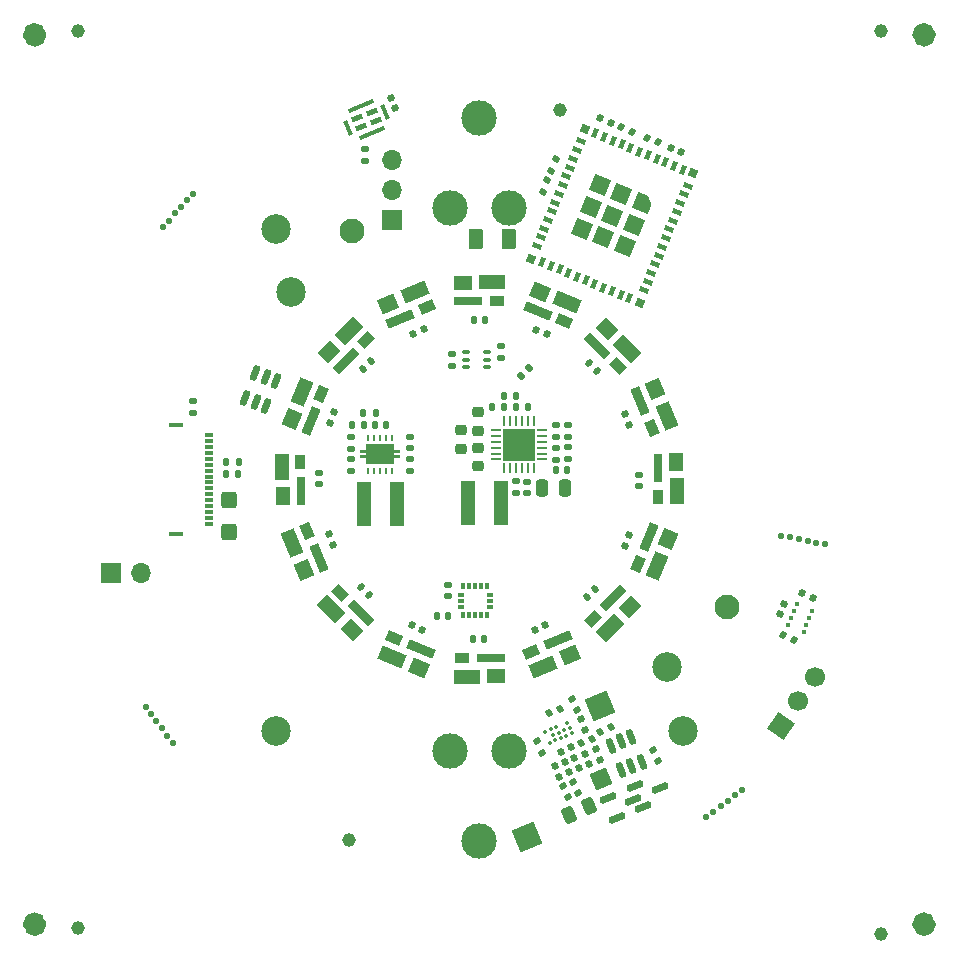
<source format=gts>
%TF.GenerationSoftware,KiCad,Pcbnew,7.0.8*%
%TF.CreationDate,2023-10-15T21:23:35+02:00*%
%TF.ProjectId,blinkekatze,626c696e-6b65-46b6-9174-7a652e6b6963,rev?*%
%TF.SameCoordinates,Original*%
%TF.FileFunction,Soldermask,Top*%
%TF.FilePolarity,Negative*%
%FSLAX46Y46*%
G04 Gerber Fmt 4.6, Leading zero omitted, Abs format (unit mm)*
G04 Created by KiCad (PCBNEW 7.0.8) date 2023-10-15 21:23:35*
%MOMM*%
%LPD*%
G01*
G04 APERTURE LIST*
G04 Aperture macros list*
%AMRoundRect*
0 Rectangle with rounded corners*
0 $1 Rounding radius*
0 $2 $3 $4 $5 $6 $7 $8 $9 X,Y pos of 4 corners*
0 Add a 4 corners polygon primitive as box body*
4,1,4,$2,$3,$4,$5,$6,$7,$8,$9,$2,$3,0*
0 Add four circle primitives for the rounded corners*
1,1,$1+$1,$2,$3*
1,1,$1+$1,$4,$5*
1,1,$1+$1,$6,$7*
1,1,$1+$1,$8,$9*
0 Add four rect primitives between the rounded corners*
20,1,$1+$1,$2,$3,$4,$5,0*
20,1,$1+$1,$4,$5,$6,$7,0*
20,1,$1+$1,$6,$7,$8,$9,0*
20,1,$1+$1,$8,$9,$2,$3,0*%
%AMHorizOval*
0 Thick line with rounded ends*
0 $1 width*
0 $2 $3 position (X,Y) of the first rounded end (center of the circle)*
0 $4 $5 position (X,Y) of the second rounded end (center of the circle)*
0 Add line between two ends*
20,1,$1,$2,$3,$4,$5,0*
0 Add two circle primitives to create the rounded ends*
1,1,$1,$2,$3*
1,1,$1,$4,$5*%
%AMRotRect*
0 Rectangle, with rotation*
0 The origin of the aperture is its center*
0 $1 length*
0 $2 width*
0 $3 Rotation angle, in degrees counterclockwise*
0 Add horizontal line*
21,1,$1,$2,0,0,$3*%
%AMOutline4P*
0 Free polygon, 4 corners , with rotation*
0 The origin of the aperture is its center*
0 number of corners: always 4*
0 $1 to $8 corner X, Y*
0 $9 Rotation angle, in degrees counterclockwise*
0 create outline with 4 corners*
4,1,4,$1,$2,$3,$4,$5,$6,$7,$8,$1,$2,$9*%
%AMOutline5P*
0 Free polygon, 5 corners , with rotation*
0 The origin of the aperture is its center*
0 number of corners: always 5*
0 $1 to $10 corner X, Y*
0 $11 Rotation angle, in degrees counterclockwise*
0 create outline with 5 corners*
4,1,5,$1,$2,$3,$4,$5,$6,$7,$8,$9,$10,$1,$2,$11*%
%AMOutline6P*
0 Free polygon, 6 corners , with rotation*
0 The origin of the aperture is its center*
0 number of corners: always 6*
0 $1 to $12 corner X, Y*
0 $13 Rotation angle, in degrees counterclockwise*
0 create outline with 6 corners*
4,1,6,$1,$2,$3,$4,$5,$6,$7,$8,$9,$10,$11,$12,$1,$2,$13*%
%AMOutline7P*
0 Free polygon, 7 corners , with rotation*
0 The origin of the aperture is its center*
0 number of corners: always 7*
0 $1 to $14 corner X, Y*
0 $15 Rotation angle, in degrees counterclockwise*
0 create outline with 7 corners*
4,1,7,$1,$2,$3,$4,$5,$6,$7,$8,$9,$10,$11,$12,$13,$14,$1,$2,$15*%
%AMOutline8P*
0 Free polygon, 8 corners , with rotation*
0 The origin of the aperture is its center*
0 number of corners: always 8*
0 $1 to $16 corner X, Y*
0 $17 Rotation angle, in degrees counterclockwise*
0 create outline with 8 corners*
4,1,8,$1,$2,$3,$4,$5,$6,$7,$8,$9,$10,$11,$12,$13,$14,$15,$16,$1,$2,$17*%
%AMFreePoly0*
4,1,21,-0.125000,1.200000,0.125000,1.200000,0.125000,1.700000,0.375000,1.700000,0.375000,1.200000,0.825000,1.200000,0.825000,-1.200000,0.375000,-1.200000,0.375000,-1.700000,0.125000,-1.700000,0.125000,-1.200000,-0.125000,-1.200000,-0.125000,-1.700000,-0.375000,-1.700000,-0.375000,-1.200000,-0.825000,-1.200000,-0.825000,1.200000,-0.375000,1.200000,-0.375000,1.700000,-0.125000,1.700000,
-0.125000,1.200000,-0.125000,1.200000,$1*%
G04 Aperture macros list end*
%ADD10C,1.000000*%
%ADD11RoundRect,0.135000X0.222580X-0.053927X0.119255X0.195520X-0.222580X0.053927X-0.119255X-0.195520X0*%
%ADD12RoundRect,0.135000X0.119255X-0.195520X0.222580X0.053927X-0.119255X0.195520X-0.222580X-0.053927X0*%
%ADD13R,1.700000X1.700000*%
%ADD14O,1.700000X1.700000*%
%ADD15RoundRect,0.087500X0.087500X-0.187500X0.087500X0.187500X-0.087500X0.187500X-0.087500X-0.187500X0*%
%ADD16RoundRect,0.087500X0.187500X-0.087500X0.187500X0.087500X-0.187500X0.087500X-0.187500X-0.087500X0*%
%ADD17RotRect,0.350000X0.350000X247.500000*%
%ADD18C,2.500000*%
%ADD19R,1.200000X3.700000*%
%ADD20RoundRect,0.075000X-0.250000X-0.075000X0.250000X-0.075000X0.250000X0.075000X-0.250000X0.075000X0*%
%ADD21RotRect,1.300000X0.900000X45.000000*%
%ADD22RotRect,2.200000X1.200000X45.000000*%
%ADD23RotRect,1.500000X1.300000X45.000000*%
%ADD24RotRect,2.400000X0.800000X45.000000*%
%ADD25RoundRect,0.135000X0.135000X0.185000X-0.135000X0.185000X-0.135000X-0.185000X0.135000X-0.185000X0*%
%ADD26R,1.300000X0.900000*%
%ADD27R,2.200000X1.200000*%
%ADD28R,1.500000X1.300000*%
%ADD29R,2.400000X0.800000*%
%ADD30RotRect,1.300000X0.900000X67.500000*%
%ADD31RotRect,2.200000X1.200000X67.500000*%
%ADD32RotRect,1.500000X1.300000X67.500000*%
%ADD33RotRect,2.400000X0.800000X67.500000*%
%ADD34RoundRect,0.140000X0.194399X0.103484X-0.064287X0.210635X-0.194399X-0.103484X0.064287X-0.210635X0*%
%ADD35RoundRect,0.225000X0.250000X-0.225000X0.250000X0.225000X-0.250000X0.225000X-0.250000X-0.225000X0*%
%ADD36RoundRect,0.140000X0.210635X-0.064287X0.103484X0.194399X-0.210635X0.064287X-0.103484X-0.194399X0*%
%ADD37RoundRect,0.250000X-0.425000X0.450000X-0.425000X-0.450000X0.425000X-0.450000X0.425000X0.450000X0*%
%ADD38RoundRect,0.140000X-0.170000X0.140000X-0.170000X-0.140000X0.170000X-0.140000X0.170000X0.140000X0*%
%ADD39RoundRect,0.140000X-0.140000X-0.170000X0.140000X-0.170000X0.140000X0.170000X-0.140000X0.170000X0*%
%ADD40RoundRect,0.140000X-0.219203X-0.021213X-0.021213X-0.219203X0.219203X0.021213X0.021213X0.219203X0*%
%ADD41RoundRect,0.135000X-0.135000X-0.185000X0.135000X-0.185000X0.135000X0.185000X-0.135000X0.185000X0*%
%ADD42RoundRect,0.140000X0.064287X0.210635X-0.194399X0.103484X-0.064287X-0.210635X0.194399X-0.103484X0*%
%ADD43C,0.550000*%
%ADD44RotRect,1.300000X0.900000X22.500000*%
%ADD45RotRect,2.200000X1.200000X22.500000*%
%ADD46RotRect,1.500000X1.300000X22.500000*%
%ADD47RotRect,2.400000X0.800000X22.500000*%
%ADD48RoundRect,0.140000X-0.210635X0.064287X-0.103484X-0.194399X0.210635X-0.064287X0.103484X0.194399X0*%
%ADD49RoundRect,0.140000X-0.194399X-0.103484X0.064287X-0.210635X0.194399X0.103484X-0.064287X0.210635X0*%
%ADD50RoundRect,0.250000X-0.250000X-0.475000X0.250000X-0.475000X0.250000X0.475000X-0.250000X0.475000X0*%
%ADD51RoundRect,0.140000X0.021213X-0.219203X0.219203X-0.021213X-0.021213X0.219203X-0.219203X0.021213X0*%
%ADD52RoundRect,0.140000X-0.103484X0.194399X-0.210635X-0.064287X0.103484X-0.194399X0.210635X0.064287X0*%
%ADD53RoundRect,0.150000X-0.485377X-0.363408X0.600182X0.086245X0.485377X0.363408X-0.600182X-0.086245X0*%
%ADD54RoundRect,0.250000X-0.070311X-0.516200X0.414726X-0.315291X0.070311X0.516200X-0.414726X0.315291X0*%
%ADD55C,2.100000*%
%ADD56RoundRect,0.140000X-0.064287X-0.210635X0.194399X-0.103484X0.064287X0.210635X-0.194399X0.103484X0*%
%ADD57RoundRect,0.135000X-0.222580X0.053927X-0.119255X-0.195520X0.222580X-0.053927X0.119255X0.195520X0*%
%ADD58RoundRect,0.135000X-0.053927X-0.222580X0.195520X-0.119255X0.053927X0.222580X-0.195520X0.119255X0*%
%ADD59C,1.152000*%
%ADD60RoundRect,0.140000X-0.021213X0.219203X-0.219203X0.021213X0.021213X-0.219203X0.219203X-0.021213X0*%
%ADD61RoundRect,0.135000X0.185000X-0.135000X0.185000X0.135000X-0.185000X0.135000X-0.185000X-0.135000X0*%
%ADD62RoundRect,0.250000X0.375000X0.625000X-0.375000X0.625000X-0.375000X-0.625000X0.375000X-0.625000X0*%
%ADD63RoundRect,0.135000X-0.185000X0.135000X-0.185000X-0.135000X0.185000X-0.135000X0.185000X0.135000X0*%
%ADD64RotRect,1.300000X0.900000X247.500000*%
%ADD65RotRect,2.200000X1.200000X247.500000*%
%ADD66RotRect,1.500000X1.300000X247.500000*%
%ADD67RotRect,2.400000X0.800000X247.500000*%
%ADD68RotRect,1.300000X0.900000X337.500000*%
%ADD69RotRect,2.200000X1.200000X337.500000*%
%ADD70RotRect,1.500000X1.300000X337.500000*%
%ADD71RotRect,2.400000X0.800000X337.500000*%
%ADD72RoundRect,0.140000X0.170000X-0.140000X0.170000X0.140000X-0.170000X0.140000X-0.170000X-0.140000X0*%
%ADD73RoundRect,0.135000X0.053927X0.222580X-0.195520X0.119255X-0.053927X-0.222580X0.195520X-0.119255X0*%
%ADD74RotRect,1.300000X0.900000X202.500000*%
%ADD75RotRect,2.200000X1.200000X202.500000*%
%ADD76RotRect,1.500000X1.300000X202.500000*%
%ADD77RotRect,2.400000X0.800000X202.500000*%
%ADD78RoundRect,0.135000X0.195520X0.119255X-0.053927X0.222580X-0.195520X-0.119255X0.053927X-0.222580X0*%
%ADD79RoundRect,0.225000X-0.250000X0.225000X-0.250000X-0.225000X0.250000X-0.225000X0.250000X0.225000X0*%
%ADD80RoundRect,0.140000X0.140000X0.170000X-0.140000X0.170000X-0.140000X-0.170000X0.140000X-0.170000X0*%
%ADD81RoundRect,0.150000X0.334707X-0.416086X-0.057543X0.530891X-0.334707X0.416086X0.057543X-0.530891X0*%
%ADD82RotRect,1.300000X0.900000X157.500000*%
%ADD83RotRect,2.200000X1.200000X157.500000*%
%ADD84RotRect,1.500000X1.300000X157.500000*%
%ADD85RotRect,2.400000X0.800000X157.500000*%
%ADD86RotRect,0.800000X0.400000X247.500000*%
%ADD87RotRect,0.800000X0.400000X337.500000*%
%ADD88Outline5P,-0.725000X0.145000X-0.145000X0.725000X0.725000X0.725000X0.725000X-0.725000X-0.725000X-0.725000X247.500000*%
%ADD89RotRect,1.450000X1.450000X247.500000*%
%ADD90Outline4P,-0.350000X-0.350000X0.350000X-0.350000X0.350000X0.350000X-0.350000X0.350000X247.500000*%
%ADD91RotRect,1.300000X0.900000X225.000000*%
%ADD92RotRect,2.200000X1.200000X225.000000*%
%ADD93RotRect,1.500000X1.300000X225.000000*%
%ADD94RotRect,2.400000X0.800000X225.000000*%
%ADD95RotRect,1.500000X1.500000X22.500000*%
%ADD96R,0.240000X0.600000*%
%ADD97FreePoly0,90.000000*%
%ADD98RoundRect,0.135000X-0.119255X0.195520X-0.222580X-0.053927X0.119255X-0.195520X0.222580X0.053927X0*%
%ADD99RotRect,1.300000X0.900000X292.500000*%
%ADD100RotRect,2.200000X1.200000X292.500000*%
%ADD101RotRect,1.500000X1.300000X292.500000*%
%ADD102RotRect,2.400000X0.800000X292.500000*%
%ADD103RotRect,1.300000X0.900000X135.000000*%
%ADD104RotRect,2.200000X1.200000X135.000000*%
%ADD105RotRect,1.500000X1.300000X135.000000*%
%ADD106RotRect,2.400000X0.800000X135.000000*%
%ADD107R,0.650000X0.300000*%
%ADD108R,1.150000X0.300000*%
%ADD109RoundRect,0.062500X0.350000X0.062500X-0.350000X0.062500X-0.350000X-0.062500X0.350000X-0.062500X0*%
%ADD110RoundRect,0.062500X0.062500X0.350000X-0.062500X0.350000X-0.062500X-0.350000X0.062500X-0.350000X0*%
%ADD111R,2.700000X2.700000*%
%ADD112R,0.900000X1.300000*%
%ADD113R,1.200000X2.200000*%
%ADD114R,1.300000X1.500000*%
%ADD115R,0.800000X2.400000*%
%ADD116RoundRect,0.140000X0.103484X-0.194399X0.210635X0.064287X-0.103484X0.194399X-0.210635X-0.064287X0*%
%ADD117RotRect,1.700000X1.700000X145.000000*%
%ADD118HorizOval,1.700000X0.000000X0.000000X0.000000X0.000000X0*%
%ADD119RoundRect,0.140000X0.219203X0.021213X0.021213X0.219203X-0.219203X-0.021213X-0.021213X-0.219203X0*%
%ADD120C,0.345000*%
%ADD121RotRect,0.450000X0.950000X112.500000*%
%ADD122RotRect,0.350000X2.300000X112.500000*%
%ADD123RotRect,1.300000X0.350000X112.500000*%
%ADD124RoundRect,0.135000X0.035355X-0.226274X0.226274X-0.035355X-0.035355X0.226274X-0.226274X0.035355X0*%
%ADD125RotRect,2.000000X2.000000X22.500000*%
%ADD126RoundRect,0.150000X-0.057543X-0.530891X0.334707X0.416086X0.057543X0.530891X-0.334707X-0.416086X0*%
%ADD127RotRect,1.300000X0.900000X315.000000*%
%ADD128RotRect,2.200000X1.200000X315.000000*%
%ADD129RotRect,1.500000X1.300000X315.000000*%
%ADD130RotRect,2.400000X0.800000X315.000000*%
%ADD131RotRect,1.300000X0.900000X112.500000*%
%ADD132RotRect,2.200000X1.200000X112.500000*%
%ADD133RotRect,1.500000X1.300000X112.500000*%
%ADD134RotRect,2.400000X0.800000X112.500000*%
%ADD135C,3.000000*%
G04 APERTURE END LIST*
%TO.C,REF\u002A\u002A*%
D10*
X62850000Y-137650000D02*
G75*
G03*
X62850000Y-137650000I-500000J0D01*
G01*
X62850000Y-62350000D02*
G75*
G03*
X62850000Y-62350000I-500000J0D01*
G01*
X138150000Y-62350000D02*
G75*
G03*
X138150000Y-62350000I-500000J0D01*
G01*
X138150000Y-137650000D02*
G75*
G03*
X138150000Y-137650000I-500000J0D01*
G01*
%TD*%
D11*
%TO.C,R6*%
X108354952Y-126567013D03*
X107964614Y-125624655D03*
%TD*%
D12*
%TO.C,R23*%
X106109662Y-73842358D03*
X106500000Y-72900000D03*
%TD*%
D13*
%TO.C,J2*%
X92600000Y-78030000D03*
D14*
X92600000Y-75490000D03*
X92600000Y-72950000D03*
%TD*%
D15*
%TO.C,U10*%
X98658209Y-111478945D03*
X99158209Y-111478945D03*
X99658209Y-111478945D03*
X100158209Y-111478945D03*
X100658209Y-111478945D03*
D16*
X100883209Y-110753945D03*
X100883209Y-110253945D03*
X100883209Y-109753945D03*
D15*
X100658209Y-109028945D03*
X100158209Y-109028945D03*
X99658209Y-109028945D03*
X99158209Y-109028945D03*
X98658209Y-109028945D03*
D16*
X98433209Y-109753945D03*
X98433209Y-110253945D03*
X98433209Y-110753945D03*
%TD*%
D17*
%TO.C,U5*%
X128197488Y-111098957D03*
X127948744Y-111699479D03*
X127700000Y-112300000D03*
X127451255Y-112900522D03*
X126111630Y-112345631D03*
X126360374Y-111745109D03*
X126609118Y-111144588D03*
X126857863Y-110544066D03*
%TD*%
D18*
%TO.C,H3*%
X84090097Y-84090097D03*
%TD*%
D19*
%TO.C,L4*%
X93000000Y-102045001D03*
X90200000Y-102045001D03*
%TD*%
D20*
%TO.C,U7*%
X98850003Y-89199996D03*
X98850003Y-89849996D03*
X98850003Y-90499996D03*
X100650003Y-90499996D03*
X100650003Y-89849996D03*
X100650003Y-89199996D03*
%TD*%
D21*
%TO.C,D15*%
X90411701Y-88190381D03*
D22*
X88997487Y-87412563D03*
D23*
X87300431Y-89180330D03*
D24*
X88714645Y-89958148D03*
%TD*%
D25*
%TO.C,R14*%
X102122502Y-93900000D03*
X101102502Y-93900000D03*
%TD*%
D26*
%TO.C,D13*%
X101500000Y-84850000D03*
D27*
X101050000Y-83300000D03*
D28*
X98600000Y-83350000D03*
D29*
X99050000Y-84900000D03*
%TD*%
D30*
%TO.C,D16*%
X86609323Y-92789462D03*
D31*
X85005102Y-92612048D03*
D32*
X84113721Y-94894687D03*
D33*
X85717942Y-95072101D03*
%TD*%
D34*
%TO.C,C5*%
X95186924Y-112707376D03*
X94300000Y-112340000D03*
%TD*%
D35*
%TO.C,C32*%
X99912503Y-95874998D03*
X99912503Y-94324998D03*
%TD*%
D36*
%TO.C,C26*%
X110217376Y-123736924D03*
X109850000Y-122850000D03*
%TD*%
D37*
%TO.C,C17*%
X78800000Y-101750000D03*
X78800000Y-104450000D03*
%TD*%
D38*
%TO.C,C72*%
X94099999Y-98284999D03*
X94099999Y-99244999D03*
%TD*%
D39*
%TO.C,C73*%
X91140000Y-95344996D03*
X92100000Y-95344996D03*
%TD*%
D40*
%TO.C,C12*%
X109270589Y-90170589D03*
X109949411Y-90849411D03*
%TD*%
D38*
%TO.C,C74*%
X89140001Y-98285001D03*
X89140001Y-99245001D03*
%TD*%
D41*
%TO.C,R19*%
X78579999Y-99500000D03*
X79599999Y-99500000D03*
%TD*%
D42*
%TO.C,C20*%
X107252823Y-123906239D03*
X106365899Y-124273615D03*
%TD*%
D43*
%TO.C,REF\u002A\u002A*%
X74023120Y-122301408D03*
X73573853Y-121700859D03*
X73094634Y-121060274D03*
X72645366Y-120459726D03*
X72196098Y-119859177D03*
X71746831Y-119258629D03*
%TD*%
D44*
%TO.C,D14*%
X95561100Y-85411272D03*
D45*
X94552195Y-84151467D03*
D46*
X92307824Y-85135235D03*
D47*
X93316730Y-86395041D03*
%TD*%
D48*
%TO.C,C68*%
X92516313Y-67656537D03*
X92883689Y-68543461D03*
%TD*%
D49*
%TO.C,C13*%
X104826538Y-87346312D03*
X105713462Y-87713688D03*
%TD*%
D50*
%TO.C,C28*%
X105312502Y-100725001D03*
X107212502Y-100725001D03*
%TD*%
D51*
%TO.C,C16*%
X90190589Y-90679411D03*
X90869411Y-90000589D03*
%TD*%
D52*
%TO.C,C9*%
X112713688Y-104736538D03*
X112346312Y-105623462D03*
%TD*%
D53*
%TO.C,Q1*%
X110904177Y-126939846D03*
X111631275Y-128695217D03*
X113000000Y-127100000D03*
%TD*%
D43*
%TO.C,REF\u002A\u002A*%
X73245973Y-78632598D03*
X73742938Y-78070881D03*
X74273034Y-77471716D03*
X74770000Y-76910000D03*
X75266965Y-76348283D03*
X75763930Y-75786566D03*
%TD*%
D54*
%TO.C,R4*%
X107604997Y-128382178D03*
X109291077Y-127683780D03*
%TD*%
D55*
%TO.C,H2*%
X121001169Y-110818831D03*
%TD*%
D18*
%TO.C,H9*%
X82750000Y-121300000D03*
%TD*%
D56*
%TO.C,C21*%
X106710970Y-125158954D03*
X107597894Y-124791578D03*
%TD*%
D41*
%TO.C,R48*%
X89190004Y-95345001D03*
X90210004Y-95345001D03*
%TD*%
D57*
%TO.C,R9*%
X104910294Y-122170565D03*
X105300632Y-123112923D03*
%TD*%
D58*
%TO.C,R11*%
X110228821Y-121345169D03*
X111171179Y-120954831D03*
%TD*%
D48*
%TO.C,C23*%
X108571915Y-120296683D03*
X108939291Y-121183607D03*
%TD*%
D18*
%TO.C,H8*%
X117250000Y-121300000D03*
%TD*%
D13*
%TO.C,J1*%
X68850000Y-107900000D03*
D14*
X71390000Y-107900000D03*
%TD*%
D59*
%TO.C,REF\u002A\u002A*%
X134000000Y-138500000D03*
%TD*%
D35*
%TO.C,C31*%
X98412503Y-97374999D03*
X98412503Y-95824999D03*
%TD*%
D60*
%TO.C,C8*%
X109829411Y-109310589D03*
X109150589Y-109989411D03*
%TD*%
D61*
%TO.C,R15*%
X107512504Y-96395000D03*
X107512504Y-95375000D03*
%TD*%
D62*
%TO.C,F1*%
X102550000Y-79600000D03*
X99750000Y-79600000D03*
%TD*%
D63*
%TO.C,R22*%
X101800005Y-88689996D03*
X101800005Y-89709996D03*
%TD*%
D42*
%TO.C,C7*%
X105566924Y-112342624D03*
X104680000Y-112710000D03*
%TD*%
D64*
%TO.C,D8*%
X113440677Y-107160538D03*
D65*
X115044898Y-107337952D03*
D66*
X115936279Y-105055313D03*
D67*
X114332058Y-104877899D03*
%TD*%
D68*
%TO.C,D12*%
X107210538Y-86609323D03*
D69*
X107387952Y-85005102D03*
D70*
X105105313Y-84113721D03*
D71*
X104927899Y-85717942D03*
%TD*%
D39*
%TO.C,C14*%
X99540000Y-86460000D03*
X100500000Y-86460000D03*
%TD*%
D72*
%TO.C,C2*%
X86450000Y-100410000D03*
X86450000Y-99450000D03*
%TD*%
D73*
%TO.C,R12*%
X106863761Y-119413107D03*
X105921403Y-119803445D03*
%TD*%
D74*
%TO.C,D6*%
X104388900Y-114588728D03*
D75*
X105397805Y-115848533D03*
D76*
X107642176Y-114864765D03*
D77*
X106633270Y-113604959D03*
%TD*%
D72*
%TO.C,C71*%
X94100001Y-97325000D03*
X94100001Y-96365000D03*
%TD*%
D78*
%TO.C,R46*%
X115142358Y-71440338D03*
X114200000Y-71050000D03*
%TD*%
D79*
%TO.C,C30*%
X99912502Y-97325000D03*
X99912502Y-98875000D03*
%TD*%
D61*
%TO.C,R18*%
X106512500Y-98315000D03*
X106512500Y-97295000D03*
%TD*%
D80*
%TO.C,C6*%
X100410000Y-113530000D03*
X99450000Y-113530000D03*
%TD*%
D81*
%TO.C,U4*%
X111994629Y-124627097D03*
X112872314Y-124263548D03*
X113750000Y-123899999D03*
X112879395Y-121798173D03*
X112001710Y-122161722D03*
X111124024Y-122525271D03*
%TD*%
D59*
%TO.C,REF\u002A\u002A*%
X66000000Y-62000000D03*
%TD*%
D82*
%TO.C,D4*%
X92789462Y-113440677D03*
D83*
X92612048Y-115044898D03*
D84*
X94894687Y-115936279D03*
D85*
X95072101Y-114332058D03*
%TD*%
D86*
%TO.C,U1*%
X117218479Y-73764617D03*
X116479376Y-73458471D03*
X115740272Y-73152324D03*
X115001169Y-72846177D03*
X114262065Y-72540031D03*
X113522961Y-72233884D03*
X112783858Y-71927737D03*
X112044754Y-71621590D03*
X111305650Y-71315444D03*
X110566547Y-71009297D03*
X109827443Y-70703150D03*
D87*
X108575000Y-71375002D03*
X108268853Y-72114106D03*
X107962706Y-72853210D03*
X107656560Y-73592313D03*
X107350413Y-74331417D03*
X107044266Y-75070521D03*
X106738119Y-75809624D03*
X106431973Y-76548728D03*
X106125826Y-77287831D03*
X105819679Y-78026935D03*
X105513532Y-78766039D03*
X105207386Y-79505142D03*
X104901239Y-80244246D03*
D86*
X105311779Y-81604929D03*
X106050882Y-81911075D03*
X106789986Y-82217222D03*
X107529089Y-82523369D03*
X108268193Y-82829515D03*
X109007297Y-83135662D03*
X109746400Y-83441809D03*
X110485504Y-83747956D03*
X111224608Y-84054102D03*
X111963711Y-84360249D03*
X112702815Y-84666396D03*
D87*
X113955258Y-83994544D03*
X114261405Y-83255440D03*
X114567552Y-82516336D03*
X114873698Y-81777233D03*
X115179845Y-81038129D03*
X115485992Y-80299025D03*
X115792139Y-79559922D03*
X116098285Y-78820818D03*
X116404432Y-78081715D03*
X116710579Y-77342611D03*
X117016726Y-76603507D03*
X117322872Y-75864404D03*
X117629019Y-75125300D03*
D88*
X113845591Y-76615911D03*
D89*
X112020929Y-75860111D03*
X110196267Y-75104311D03*
X113089791Y-78440573D03*
X111265129Y-77684773D03*
X109440467Y-76928973D03*
X112333991Y-80265235D03*
X110509329Y-79509435D03*
X108684667Y-78753635D03*
D90*
X113561366Y-85076139D03*
X104414959Y-81287573D03*
X108968892Y-70293407D03*
X118115299Y-74081973D03*
%TD*%
D73*
%TO.C,R10*%
X109531569Y-121934078D03*
X108589211Y-122324416D03*
%TD*%
D91*
%TO.C,D7*%
X109638299Y-111809619D03*
D92*
X111052513Y-112587437D03*
D93*
X112749569Y-110819670D03*
D94*
X111335355Y-110041852D03*
%TD*%
D59*
%TO.C,REF\u002A\u002A*%
X134000000Y-62000000D03*
%TD*%
D49*
%TO.C,C70*%
X127361097Y-109638605D03*
X128248021Y-110005981D03*
%TD*%
D55*
%TO.C,H1*%
X89181266Y-78998928D03*
%TD*%
D95*
%TO.C,TP5*%
X110288260Y-125354900D03*
%TD*%
D38*
%TO.C,C67*%
X97710004Y-89400000D03*
X97710004Y-90360000D03*
%TD*%
D72*
%TO.C,C27*%
X103112500Y-101105001D03*
X103112500Y-100145001D03*
%TD*%
D96*
%TO.C,U9*%
X90600000Y-99245002D03*
X91100000Y-99245002D03*
X91600000Y-99245002D03*
X92100000Y-99245002D03*
X92600000Y-99245002D03*
X92600000Y-96445002D03*
X92100000Y-96445002D03*
X91600000Y-96445002D03*
X91100000Y-96445002D03*
X90600000Y-96445002D03*
D97*
X91600000Y-97845002D03*
%TD*%
D56*
%TO.C,C15*%
X94386538Y-87653688D03*
X95273462Y-87286312D03*
%TD*%
D98*
%TO.C,R45*%
X105745169Y-74678821D03*
X105354831Y-75621179D03*
%TD*%
D57*
%TO.C,R7*%
X107852470Y-118559789D03*
X108242808Y-119502147D03*
%TD*%
D99*
%TO.C,D10*%
X114588728Y-95611100D03*
D100*
X115848533Y-94602195D03*
D101*
X114864765Y-92357824D03*
D102*
X113604959Y-93366730D03*
%TD*%
D43*
%TO.C,REF\u002A\u002A*%
X125542258Y-104761140D03*
X126278478Y-104904246D03*
X127063780Y-105056894D03*
X127800000Y-105200000D03*
X128536221Y-105343107D03*
X129272441Y-105486214D03*
%TD*%
D103*
%TO.C,D3*%
X88190381Y-109588299D03*
D104*
X87412563Y-111002513D03*
D105*
X89180330Y-112699569D03*
D106*
X89958148Y-111285355D03*
%TD*%
D43*
%TO.C,REF\u002A\u002A*%
X119230303Y-128583580D03*
X119825318Y-128127009D03*
X120460000Y-127640000D03*
X121055016Y-127183428D03*
X121650031Y-126726857D03*
X122245046Y-126270286D03*
%TD*%
D52*
%TO.C,C69*%
X125820871Y-110515757D03*
X125453495Y-111402681D03*
%TD*%
D80*
%TO.C,C33*%
X107434996Y-99199998D03*
X106474996Y-99199998D03*
%TD*%
D61*
%TO.C,R43*%
X90300000Y-73010000D03*
X90300000Y-71990000D03*
%TD*%
D38*
%TO.C,C10*%
X113530000Y-99590000D03*
X113530000Y-100550000D03*
%TD*%
D78*
%TO.C,R21*%
X126679541Y-113574555D03*
X125737183Y-113184217D03*
%TD*%
D107*
%TO.C,J4*%
X77100000Y-96250000D03*
X77100000Y-96750000D03*
X77100000Y-97250000D03*
X77100000Y-97750000D03*
X77100000Y-98250000D03*
X77100000Y-98750000D03*
X77100000Y-99250000D03*
X77100000Y-99750000D03*
X77100000Y-100250000D03*
X77100000Y-100750000D03*
X77100000Y-101250000D03*
X77100000Y-101750000D03*
X77100000Y-102250000D03*
X77100000Y-102750000D03*
X77100000Y-103250000D03*
X77100000Y-103750000D03*
D108*
X74290000Y-95365000D03*
X74290000Y-104635000D03*
%TD*%
D11*
%TO.C,R8*%
X115095169Y-123871179D03*
X114704831Y-122928821D03*
%TD*%
D41*
%TO.C,R13*%
X102102502Y-92900002D03*
X103122502Y-92900002D03*
%TD*%
%TO.C,R49*%
X90190002Y-94344999D03*
X91210002Y-94344999D03*
%TD*%
D72*
%TO.C,C75*%
X89140000Y-97395001D03*
X89140000Y-96435001D03*
%TD*%
D38*
%TO.C,C29*%
X104062499Y-100174999D03*
X104062499Y-101134999D03*
%TD*%
D78*
%TO.C,R44*%
X112950000Y-70550000D03*
X112007642Y-70159662D03*
%TD*%
D109*
%TO.C,U8*%
X105337500Y-98299999D03*
X105337500Y-97799999D03*
X105337500Y-97299999D03*
X105337500Y-96799999D03*
X105337500Y-96299999D03*
X105337500Y-95799999D03*
D110*
X104625000Y-95087499D03*
X104125000Y-95087499D03*
X103625000Y-95087499D03*
X103125000Y-95087499D03*
X102625000Y-95087499D03*
X102125000Y-95087499D03*
D109*
X101412500Y-95799999D03*
X101412500Y-96299999D03*
X101412500Y-96799999D03*
X101412500Y-97299999D03*
X101412500Y-97799999D03*
X101412500Y-98299999D03*
D110*
X102125000Y-99012499D03*
X102625000Y-99012499D03*
X103125000Y-99012499D03*
X103625000Y-99012499D03*
X104125000Y-99012499D03*
X104625000Y-99012499D03*
D111*
X103375000Y-97049999D03*
%TD*%
D112*
%TO.C,D1*%
X84850000Y-98500000D03*
D113*
X83300000Y-98950000D03*
D114*
X83350000Y-101400000D03*
D115*
X84900000Y-100950000D03*
%TD*%
D48*
%TO.C,C11*%
X112336312Y-94456538D03*
X112703688Y-95343462D03*
%TD*%
D116*
%TO.C,C1*%
X87332624Y-95186924D03*
X87700000Y-94300000D03*
%TD*%
D18*
%TO.C,H4*%
X115910000Y-115910000D03*
%TD*%
D26*
%TO.C,D5*%
X98500000Y-115150000D03*
D27*
X98950000Y-116700000D03*
D28*
X101400000Y-116650000D03*
D29*
X100950000Y-115100000D03*
%TD*%
D72*
%TO.C,C19*%
X97366666Y-109877370D03*
X97366666Y-108917370D03*
%TD*%
D41*
%TO.C,R20*%
X78590000Y-98500000D03*
X79610000Y-98500000D03*
%TD*%
D18*
%TO.C,H7*%
X82750000Y-78750000D03*
%TD*%
D117*
%TO.C,J3*%
X125502981Y-120868127D03*
D118*
X126959865Y-118787481D03*
X128416749Y-116706835D03*
%TD*%
D11*
%TO.C,R5*%
X107473439Y-126921323D03*
X107083101Y-125978965D03*
%TD*%
D42*
%TO.C,C24*%
X108943522Y-123205928D03*
X108056598Y-123573304D03*
%TD*%
D119*
%TO.C,C4*%
X90668822Y-109808822D03*
X89990000Y-109130000D03*
%TD*%
D61*
%TO.C,R16*%
X106512501Y-96399998D03*
X106512501Y-95379998D03*
%TD*%
D53*
%TO.C,Q2*%
X113170314Y-125981080D03*
X113897412Y-127736451D03*
X115266137Y-126141234D03*
%TD*%
D120*
%TO.C,U2*%
X105979322Y-122268956D03*
X105596639Y-121345077D03*
X106441262Y-122077614D03*
X106249920Y-121615675D03*
X106058579Y-121153735D03*
X106903202Y-121886273D03*
X106711860Y-121424333D03*
X106520518Y-120962393D03*
X107365141Y-121694931D03*
X107173800Y-121232991D03*
X107827081Y-121503589D03*
X107635740Y-121041650D03*
X107444398Y-120579710D03*
%TD*%
D121*
%TO.C,U6*%
X90904668Y-68888910D03*
X89657431Y-69405533D03*
X89982712Y-70190830D03*
X91229949Y-69674207D03*
D122*
X90912477Y-70671622D03*
D123*
X88849998Y-70199999D03*
X92037382Y-68879741D03*
D122*
X89974903Y-68408118D03*
%TD*%
D49*
%TO.C,C66*%
X110255359Y-69432624D03*
X111142283Y-69800000D03*
%TD*%
D61*
%TO.C,R17*%
X107512503Y-98270001D03*
X107512503Y-97250001D03*
%TD*%
D124*
%TO.C,R1*%
X103489376Y-91260624D03*
X104210624Y-90539376D03*
%TD*%
D112*
%TO.C,D9*%
X115150000Y-101450000D03*
D113*
X116700000Y-101000000D03*
D114*
X116650000Y-98550000D03*
D115*
X115100000Y-99000000D03*
%TD*%
D19*
%TO.C,L2*%
X101812502Y-102000001D03*
X99012502Y-102000001D03*
%TD*%
D125*
%TO.C,TP4*%
X110250000Y-119150000D03*
%TD*%
%TO.C,TP3*%
X104000000Y-130250000D03*
%TD*%
D126*
%TO.C,U3*%
X80174025Y-93074728D03*
X81051711Y-93438277D03*
X81929396Y-93801826D03*
X82800001Y-91700000D03*
X81922315Y-91336451D03*
X81044630Y-90972902D03*
%TD*%
D56*
%TO.C,C22*%
X108420147Y-124450990D03*
X109307071Y-124083614D03*
%TD*%
D127*
%TO.C,D11*%
X111759619Y-90361701D03*
D128*
X112537437Y-88947487D03*
D129*
X110769670Y-87250431D03*
D130*
X109991852Y-88664645D03*
%TD*%
D61*
%TO.C,R2*%
X75750000Y-94360000D03*
X75750000Y-93340000D03*
%TD*%
D59*
%TO.C,H5*%
X89000000Y-130500000D03*
%TD*%
D36*
%TO.C,C3*%
X87617376Y-105516924D03*
X87250000Y-104630000D03*
%TD*%
D131*
%TO.C,D2*%
X85411272Y-104388900D03*
D132*
X84151467Y-105397805D03*
D133*
X85135235Y-107642176D03*
D134*
X86395041Y-106633270D03*
%TD*%
D49*
%TO.C,C65*%
X116225000Y-71925000D03*
X117111924Y-72292376D03*
%TD*%
D41*
%TO.C,R3*%
X103102502Y-93900000D03*
X104122502Y-93900000D03*
%TD*%
D59*
%TO.C,H6*%
X106800000Y-68750000D03*
%TD*%
%TO.C,REF\u002A\u002A*%
X66000000Y-138000000D03*
%TD*%
D39*
%TO.C,C18*%
X96387254Y-111517650D03*
X97347254Y-111517650D03*
%TD*%
D56*
%TO.C,C25*%
X106880035Y-123032380D03*
X107766959Y-122665004D03*
%TD*%
D135*
%TO.C,BTT2*%
X102500000Y-123000000D03*
X97500000Y-123000000D03*
X100000000Y-130600000D03*
%TD*%
%TO.C,BTT1*%
X97500000Y-77000000D03*
X102500000Y-77000000D03*
X100000000Y-69400000D03*
%TD*%
M02*

</source>
